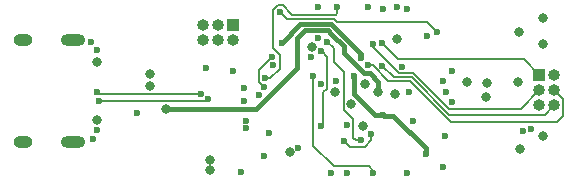
<source format=gbr>
G04 #@! TF.GenerationSoftware,KiCad,Pcbnew,(5.1.5)-3*
G04 #@! TF.CreationDate,2020-06-14T17:26:14+08:00*
G04 #@! TF.ProjectId,AdvancedSTLink,41647661-6e63-4656-9453-544c696e6b2e,rev?*
G04 #@! TF.SameCoordinates,Original*
G04 #@! TF.FileFunction,Copper,L2,Inr*
G04 #@! TF.FilePolarity,Positive*
%FSLAX46Y46*%
G04 Gerber Fmt 4.6, Leading zero omitted, Abs format (unit mm)*
G04 Created by KiCad (PCBNEW (5.1.5)-3) date 2020-06-14 17:26:14*
%MOMM*%
%LPD*%
G04 APERTURE LIST*
%ADD10O,2.100000X1.000000*%
%ADD11O,1.600000X1.000000*%
%ADD12R,1.000000X1.000000*%
%ADD13O,1.000000X1.000000*%
%ADD14C,0.800000*%
%ADD15C,0.600000*%
%ADD16C,0.200000*%
%ADD17C,0.400000*%
G04 APERTURE END LIST*
D10*
X169305000Y-108870000D03*
X169305000Y-100230000D03*
D11*
X165125000Y-100230000D03*
X165125000Y-108870000D03*
D12*
X208830000Y-103230000D03*
D13*
X210100000Y-103230000D03*
X208830000Y-104500000D03*
X210100000Y-104500000D03*
X208830000Y-105770000D03*
X210100000Y-105770000D03*
X180360000Y-100270000D03*
X180360000Y-99000000D03*
X181630000Y-100270000D03*
X181630000Y-99000000D03*
X182900000Y-100270000D03*
D12*
X182900000Y-99000000D03*
D14*
X189550000Y-100825000D03*
D15*
X200700000Y-111000000D03*
X190125000Y-97500000D03*
D14*
X207000000Y-103800000D03*
D15*
X199300000Y-99900000D03*
X201400000Y-102900000D03*
X174800000Y-106400000D03*
X188400000Y-109400000D03*
D14*
X209100000Y-98400000D03*
X209100000Y-100600000D03*
X209100000Y-108400000D03*
X207100000Y-99600000D03*
X207200000Y-109500000D03*
D15*
X196800000Y-97500000D03*
X183600000Y-111400000D03*
X171400000Y-101100000D03*
X171400000Y-107900000D03*
X171000000Y-108600000D03*
X170900000Y-100400000D03*
D14*
X204400000Y-103900000D03*
X202700000Y-103800000D03*
X180900000Y-111300000D03*
X180900000Y-110400000D03*
X196800000Y-100200000D03*
D15*
X201400000Y-105500000D03*
D14*
X196600000Y-104800000D03*
D15*
X184000000Y-107100000D03*
X184000000Y-107700000D03*
D14*
X191500000Y-104700000D03*
X194100000Y-104000000D03*
D15*
X197599984Y-111526197D03*
D14*
X193900000Y-107500000D03*
X187700000Y-109700000D03*
D15*
X194300000Y-97500000D03*
X182900000Y-102900000D03*
X183800000Y-104300000D03*
X197800000Y-104700000D03*
X197200000Y-102500000D03*
X200700000Y-103700000D03*
X200200000Y-99600000D03*
X186900000Y-97900001D03*
D14*
X195200000Y-104700000D03*
X177200000Y-106100000D03*
D15*
X195600000Y-106600000D03*
X199200000Y-109900000D03*
X192515000Y-107415000D03*
X187000000Y-100500000D03*
X197600000Y-97600000D03*
X193700000Y-101800000D03*
X193100000Y-103300000D03*
X198100000Y-107100000D03*
X185900000Y-108100000D03*
X185500000Y-110100000D03*
D14*
X204300000Y-105100000D03*
X192900000Y-105700000D03*
D15*
X200800000Y-108400000D03*
X191199994Y-111526803D03*
X189475000Y-101725000D03*
X180200000Y-104800000D03*
X171359518Y-104625148D03*
X180785653Y-105268522D03*
X171500000Y-105400000D03*
X194300000Y-102400000D03*
X195476721Y-100519991D03*
X207400000Y-108000000D03*
X195543129Y-102434949D03*
X194700000Y-100600000D03*
X208121145Y-107793959D03*
X191600000Y-103696732D03*
X200900000Y-104700000D03*
X190300000Y-104000000D03*
X192500000Y-111500000D03*
X194600000Y-108200000D03*
X192300000Y-108800000D03*
X185100000Y-104900000D03*
X191700000Y-97500000D03*
X185600000Y-103500000D03*
X194750000Y-111500000D03*
X189700000Y-103300000D03*
X195600000Y-97600000D03*
X190300000Y-107500000D03*
X190363442Y-101200000D03*
X186193934Y-101657536D03*
X185493934Y-104242464D03*
X186300000Y-102400000D03*
D14*
X171400000Y-107000000D03*
X171400000Y-102100000D03*
X175830000Y-103150000D03*
X175850000Y-104140000D03*
D15*
X183800000Y-105450000D03*
X180600000Y-102600000D03*
X190100000Y-100100000D03*
X193763629Y-108750000D03*
X190875000Y-100425000D03*
D16*
X181630000Y-98819998D02*
X181630000Y-99000000D01*
X199300000Y-98700000D02*
X193200000Y-98700000D01*
X200200000Y-99600000D02*
X199300000Y-98700000D01*
X187449978Y-98449979D02*
X191449979Y-98449979D01*
X186900000Y-97900001D02*
X187449978Y-98449979D01*
X191700000Y-98700000D02*
X193200000Y-98700000D01*
X191449979Y-98449979D02*
X191700000Y-98700000D01*
D17*
X177200000Y-106100000D02*
X184862002Y-106100000D01*
D16*
X191300000Y-99700000D02*
X191200000Y-99600000D01*
X191300000Y-99800000D02*
X191300000Y-99700000D01*
D17*
X194450001Y-103050001D02*
X195200000Y-103800000D01*
X193987999Y-103050001D02*
X194450001Y-103050001D01*
X192300000Y-101362002D02*
X193987999Y-103050001D01*
X192300000Y-100800000D02*
X192300000Y-101362002D01*
X195200000Y-103800000D02*
X195200000Y-104700000D01*
X191300000Y-99800000D02*
X192300000Y-100800000D01*
X188331001Y-100068999D02*
X188331001Y-102631001D01*
X188950001Y-99449999D02*
X188331001Y-100068999D01*
X190949999Y-99449999D02*
X188950001Y-99449999D01*
X191300000Y-99800000D02*
X190949999Y-99449999D01*
X184862002Y-106100000D02*
X188331001Y-102631001D01*
X199200000Y-109900000D02*
X199200000Y-109400000D01*
X199200000Y-109400000D02*
X196449999Y-106649999D01*
X193700000Y-101422170D02*
X193700000Y-101800000D01*
X188600011Y-98899989D02*
X187000000Y-100500000D01*
X191177819Y-98899989D02*
X188600011Y-98899989D01*
X193700000Y-101422170D02*
X191177819Y-98899989D01*
X195649999Y-106649999D02*
X195600000Y-106600000D01*
X196449999Y-106649999D02*
X195649999Y-106649999D01*
X194910002Y-106600000D02*
X195600000Y-106600000D01*
X193100000Y-104789998D02*
X194910002Y-106600000D01*
X193100000Y-103300000D02*
X193100000Y-104789998D01*
D16*
X171534370Y-104800000D02*
X171359518Y-104625148D01*
X180200000Y-104800000D02*
X171534370Y-104800000D01*
X180654175Y-105400000D02*
X171500000Y-105400000D01*
X180785653Y-105268522D02*
X180654175Y-105400000D01*
X201330009Y-107224999D02*
X210324999Y-107224999D01*
X197855031Y-103750021D02*
X201330009Y-107224999D01*
X210850001Y-105250001D02*
X210100000Y-104500000D01*
X210850001Y-106699997D02*
X210850001Y-105250001D01*
X210324999Y-107224999D02*
X210850001Y-106699997D01*
X194300000Y-102400000D02*
X194700000Y-102400000D01*
X196050021Y-103750021D02*
X196250021Y-103750021D01*
X194700000Y-102400000D02*
X196050021Y-103750021D01*
X197855031Y-103750021D02*
X196250021Y-103750021D01*
X207500001Y-101900001D02*
X208830000Y-103230000D01*
X196856731Y-101900001D02*
X207500001Y-101900001D01*
X195476721Y-100519991D02*
X196856731Y-101900001D01*
X209270000Y-106600000D02*
X210100000Y-105770000D01*
X201199998Y-106600000D02*
X209270000Y-106600000D01*
X198000009Y-103400011D02*
X201199998Y-106600000D01*
X196508191Y-103400011D02*
X198000009Y-103400011D01*
X195543129Y-102434949D02*
X196508191Y-103400011D01*
X208580001Y-104250001D02*
X208830000Y-104500000D01*
X194600000Y-100714002D02*
X194600000Y-100500000D01*
X196935999Y-103050001D02*
X194600000Y-100714002D01*
X207230000Y-106100000D02*
X201194986Y-106100000D01*
X198144987Y-103050001D02*
X196935999Y-103050001D01*
X201194986Y-106100000D02*
X198144987Y-103050001D01*
X208830000Y-104500000D02*
X207230000Y-106100000D01*
X192300000Y-108800000D02*
X192800000Y-109300000D01*
X194600000Y-108727631D02*
X194600000Y-108200000D01*
X194027630Y-109300001D02*
X194600000Y-108727631D01*
X192800000Y-109300000D02*
X194027630Y-109300001D01*
X186850001Y-102674263D02*
X186024264Y-103500000D01*
X186850001Y-101499601D02*
X186850001Y-102674263D01*
X186685999Y-97300000D02*
X186300000Y-97685999D01*
X187114001Y-97300000D02*
X186685999Y-97300000D01*
X187114001Y-97314001D02*
X187114001Y-97300000D01*
X186300000Y-97685999D02*
X186300000Y-100949600D01*
X187899969Y-98099969D02*
X187114001Y-97314001D01*
X186300000Y-100949600D02*
X186850001Y-101499601D01*
X191600031Y-98099969D02*
X187899969Y-98099969D01*
X191700000Y-98000000D02*
X191600031Y-98099969D01*
X186024264Y-103500000D02*
X185600000Y-103500000D01*
X191700000Y-97500000D02*
X191700000Y-98000000D01*
X194750000Y-111500000D02*
X194700000Y-111500000D01*
X189700000Y-109214002D02*
X189700000Y-103300000D01*
X191435997Y-110949999D02*
X189700000Y-109214002D01*
X194364001Y-110949999D02*
X191435997Y-110949999D01*
X194750000Y-111335998D02*
X194364001Y-110949999D01*
X194750000Y-111500000D02*
X194750000Y-111335998D01*
X190872999Y-101672999D02*
X190400000Y-101200000D01*
X190537998Y-104700000D02*
X190872999Y-104364999D01*
X190872999Y-104364999D02*
X190872999Y-101672999D01*
X190537998Y-104700000D02*
X190537998Y-107262002D01*
X190300000Y-107500000D02*
X190537998Y-107262002D01*
X190400000Y-101200000D02*
X190363442Y-101200000D01*
X185049999Y-102801471D02*
X186193934Y-101657536D01*
X185049999Y-103798529D02*
X185049999Y-102801471D01*
X185493934Y-104242464D02*
X185049999Y-103798529D01*
X192249999Y-102949999D02*
X191400000Y-102100000D01*
X192249999Y-106149999D02*
X192249999Y-102949999D01*
X193065001Y-106965001D02*
X192249999Y-106149999D01*
X193065001Y-108534999D02*
X193065001Y-106965001D01*
X193280002Y-108750000D02*
X193065001Y-108534999D01*
X193763629Y-108750000D02*
X193280002Y-108750000D01*
X191400000Y-100950000D02*
X190875000Y-100425000D01*
X191400000Y-102100000D02*
X191400000Y-100950000D01*
M02*

</source>
